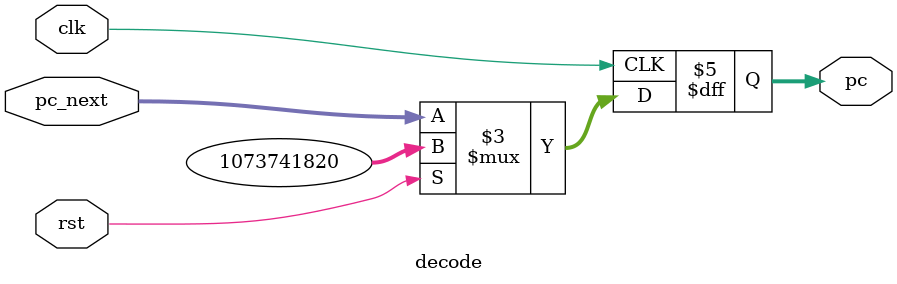
<source format=v>
module decode (
    input clk,
    input rst,
    input [31:0] pc_next,
    output reg [31:0] pc
);

    always @ (posedge clk) begin
        if (rst)
            pc <= 32'h3FFF_FFFC;
        else
            pc <= pc_next;
    end

endmodule

</source>
